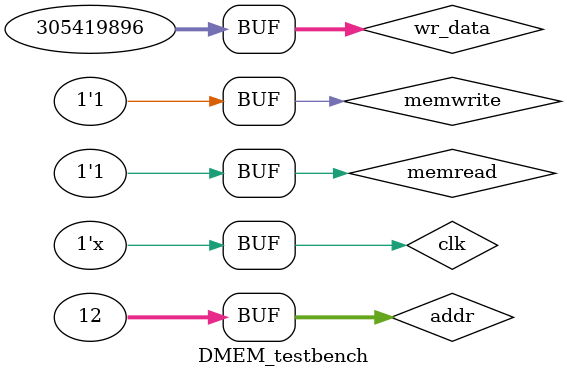
<source format=v>
`timescale 1ns / 1ps


module DMEM_testbench();
reg clk, memread, memwrite;
reg[2:0] data_type;
reg[31:0] addr, wr_data;
wire[31:0] out_data;

DMEM dut(
.clk(clk),
.memread(memread),
.memwrite(memwrite),
.addr(addr),
.wr_data(wr_data),
.out_data(out_data)
);

initial begin
clk = 0;
addr = 32'h00100004;//address for second N number in hex
memread = 1;
wr_data = 32'h12345678;//data for writing in
//data_type = 1;//half word
end

always #5 clk = ~clk;

initial begin
#5 memwrite = 1;// for letting it write
#10 addr = 32'h0000000c;//an address that is out of range will output 0
//#10 addr = 32'h8000000c;//a valid address to write to, specifically DMEM[3]
////datatype half word so it will store 5678 into DMEM[3]
//#10;
//addr = 32'h80000010; //next valid address
//data_type = 3;//datatype is for LBU, it will store the full 32 bits into DMEM[4], but output will only be the last 8 bits and 0 extended



end


endmodule
</source>
